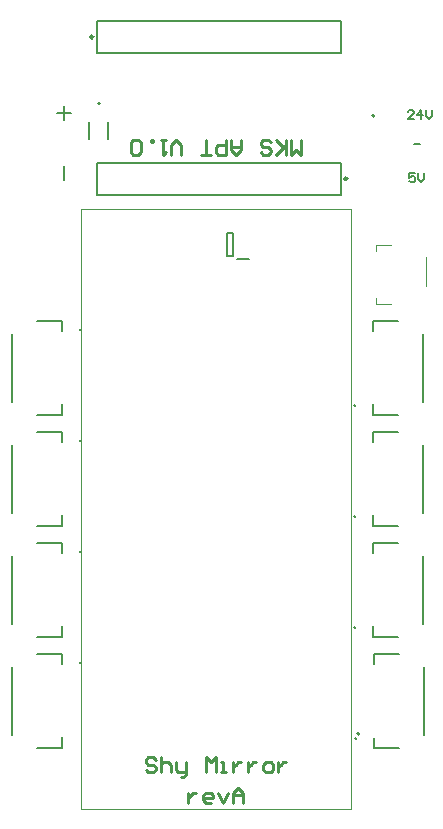
<source format=gto>
G04*
G04 #@! TF.GenerationSoftware,Altium Limited,Altium Designer,21.8.1 (53)*
G04*
G04 Layer_Color=65535*
%FSLAX25Y25*%
%MOIN*%
G70*
G04*
G04 #@! TF.SameCoordinates,70880257-2F83-41F6-BC9D-4F7E7A3CF3A8*
G04*
G04*
G04 #@! TF.FilePolarity,Positive*
G04*
G01*
G75*
%ADD10C,0.00787*%
%ADD11C,0.00984*%
%ADD12C,0.00394*%
%ADD13C,0.00800*%
%ADD14C,0.01000*%
D10*
X131394Y340055D02*
G03*
X130606Y340055I-394J0D01*
G01*
D02*
G03*
X131394Y340055I394J0D01*
G01*
X222882Y336000D02*
G03*
X222094Y336000I-394J0D01*
G01*
D02*
G03*
X222882Y336000I394J0D01*
G01*
X124929Y264575D02*
G03*
X124929Y264575I-252J0D01*
G01*
X217087Y130000D02*
G03*
X217874Y130000I394J0D01*
G01*
D02*
G03*
X217087Y130000I-394J0D01*
G01*
X216575Y239347D02*
G03*
X216575Y239347I-252J0D01*
G01*
X216830Y128291D02*
G03*
X216830Y128291I-252J0D01*
G01*
X124929Y153575D02*
G03*
X124929Y153575I-252J0D01*
G01*
X216575Y202346D02*
G03*
X216575Y202346I-252J0D01*
G01*
X124929Y227575D02*
G03*
X124929Y227575I-252J0D01*
G01*
Y190575D02*
G03*
X124929Y190575I-252J0D01*
G01*
X216575Y165347D02*
G03*
X216575Y165347I-252J0D01*
G01*
X134150Y328244D02*
Y333756D01*
X127850Y328244D02*
Y333756D01*
X110315Y267709D02*
X118681D01*
X110315Y236213D02*
X118681D01*
Y239756D01*
Y264165D02*
Y267709D01*
X101949Y240543D02*
Y263378D01*
X130409Y320295D02*
X211591D01*
Y309705D02*
Y320295D01*
X130409Y309705D02*
X211591D01*
X130409D02*
Y320295D01*
Y356949D02*
X211591D01*
X130409D02*
Y367539D01*
X211591D01*
Y356949D02*
Y367539D01*
X177130Y288177D02*
X180870D01*
X175752Y289063D02*
Y296937D01*
X173587D02*
X175752D01*
X173587Y289063D02*
Y296937D01*
Y289063D02*
X175752D01*
X239051Y240543D02*
Y263378D01*
X222319Y236213D02*
Y239756D01*
Y264165D02*
Y267709D01*
X230685D01*
X222319Y236213D02*
X230685D01*
X222575Y125157D02*
X230941D01*
X222575Y156653D02*
X230941D01*
X222575Y153110D02*
Y156653D01*
Y125157D02*
Y128701D01*
X239307Y129488D02*
Y152323D01*
X110315Y156709D02*
X118681D01*
X110315Y125213D02*
X118681D01*
Y128756D01*
Y153165D02*
Y156709D01*
X101949Y129543D02*
Y152378D01*
X222319Y199213D02*
X230685D01*
X222319Y230709D02*
X230685D01*
X222319Y227165D02*
Y230709D01*
Y199213D02*
Y202756D01*
X239051Y203543D02*
Y226378D01*
X110315Y230709D02*
X118681D01*
X110315Y199213D02*
X118681D01*
Y202756D01*
Y227165D02*
Y230709D01*
X101949Y203543D02*
Y226378D01*
X110315Y193709D02*
X118681D01*
X110315Y162213D02*
X118681D01*
Y165756D01*
Y190165D02*
Y193709D01*
X101949Y166543D02*
Y189378D01*
X222319Y162213D02*
X230685D01*
X222319Y193709D02*
X230685D01*
X222319Y190165D02*
Y193709D01*
Y162213D02*
Y165756D01*
X239051Y166543D02*
Y189378D01*
D11*
X213854Y315000D02*
G03*
X213854Y315000I-492J0D01*
G01*
X129130Y362244D02*
G03*
X129130Y362244I-492J0D01*
G01*
D12*
X125000Y105000D02*
Y305000D01*
X215000D01*
Y105000D02*
Y305000D01*
X125000Y105000D02*
X215000D01*
X223402Y273213D02*
X228468D01*
X223402D02*
Y275181D01*
Y292898D02*
X228468D01*
X223402Y290929D02*
Y292898D01*
X240134Y279118D02*
Y288961D01*
D13*
X236000Y326500D02*
X238000D01*
X119501Y334667D02*
Y339333D01*
X117168Y337000D02*
X121834D01*
X119501Y314667D02*
Y319333D01*
X236001Y334800D02*
X234001D01*
X236001Y336799D01*
Y337299D01*
X235501Y337799D01*
X234501D01*
X234001Y337299D01*
X238500Y334800D02*
Y337799D01*
X237000Y336299D01*
X239000D01*
X239999Y337799D02*
Y335800D01*
X240999Y334800D01*
X241999Y335800D01*
Y337799D01*
X236500Y316799D02*
X234501D01*
Y315300D01*
X235501Y315799D01*
X236000D01*
X236500Y315300D01*
Y314300D01*
X236000Y313800D01*
X235001D01*
X234501Y314300D01*
X237500Y316799D02*
Y314800D01*
X238499Y313800D01*
X239499Y314800D01*
Y316799D01*
D14*
X150006Y121230D02*
X149173Y122063D01*
X147507D01*
X146674Y121230D01*
Y120396D01*
X147507Y119563D01*
X149173D01*
X150006Y118730D01*
Y117897D01*
X149173Y117064D01*
X147507D01*
X146674Y117897D01*
X151673Y122063D02*
Y117064D01*
Y119563D01*
X152506Y120396D01*
X154172D01*
X155005Y119563D01*
Y117064D01*
X156671Y120396D02*
Y117897D01*
X157504Y117064D01*
X160003D01*
Y116231D01*
X159170Y115398D01*
X158337D01*
X160003Y117064D02*
Y120396D01*
X166668Y117064D02*
Y122063D01*
X168334Y120396D01*
X170000Y122063D01*
Y117064D01*
X171666D02*
X173332D01*
X172499D01*
Y120396D01*
X171666D01*
X175831D02*
Y117064D01*
Y118730D01*
X176664Y119563D01*
X177498Y120396D01*
X178331D01*
X180830D02*
Y117064D01*
Y118730D01*
X181663Y119563D01*
X182496Y120396D01*
X183329D01*
X186661Y117064D02*
X188327D01*
X189161Y117897D01*
Y119563D01*
X188327Y120396D01*
X186661D01*
X185828Y119563D01*
Y117897D01*
X186661Y117064D01*
X190827Y120396D02*
Y117064D01*
Y118730D01*
X191660Y119563D01*
X192493Y120396D01*
X193326D01*
X160836Y110332D02*
Y107000D01*
Y108666D01*
X161669Y109499D01*
X162502Y110332D01*
X163336D01*
X168334Y107000D02*
X166668D01*
X165835Y107833D01*
Y109499D01*
X166668Y110332D01*
X168334D01*
X169167Y109499D01*
Y108666D01*
X165835D01*
X170833Y110332D02*
X172499Y107000D01*
X174165Y110332D01*
X175831Y107000D02*
Y110332D01*
X177498Y111998D01*
X179164Y110332D01*
Y107000D01*
Y109499D01*
X175831D01*
X198324Y328000D02*
Y323002D01*
X196658Y324668D01*
X194992Y323002D01*
Y328000D01*
X193326Y323002D02*
Y328000D01*
Y326334D01*
X189994Y323002D01*
X192493Y325501D01*
X189994Y328000D01*
X184995Y323835D02*
X185828Y323002D01*
X187494D01*
X188327Y323835D01*
Y324668D01*
X187494Y325501D01*
X185828D01*
X184995Y326334D01*
Y327167D01*
X185828Y328000D01*
X187494D01*
X188327Y327167D01*
X178331Y328000D02*
Y324668D01*
X176664Y323002D01*
X174998Y324668D01*
Y328000D01*
Y325501D01*
X178331D01*
X173332Y328000D02*
Y323002D01*
X170833D01*
X170000Y323835D01*
Y325501D01*
X170833Y326334D01*
X173332D01*
X168334Y323002D02*
X165002D01*
X166668D01*
Y328000D01*
X158337Y323002D02*
Y326334D01*
X156671Y328000D01*
X155005Y326334D01*
Y323002D01*
X153339Y328000D02*
X151673D01*
X152506D01*
Y323002D01*
X153339Y323835D01*
X149173Y328000D02*
Y327167D01*
X148340D01*
Y328000D01*
X149173D01*
X145008Y323835D02*
X144175Y323002D01*
X142509D01*
X141676Y323835D01*
Y327167D01*
X142509Y328000D01*
X144175D01*
X145008Y327167D01*
Y323835D01*
M02*

</source>
